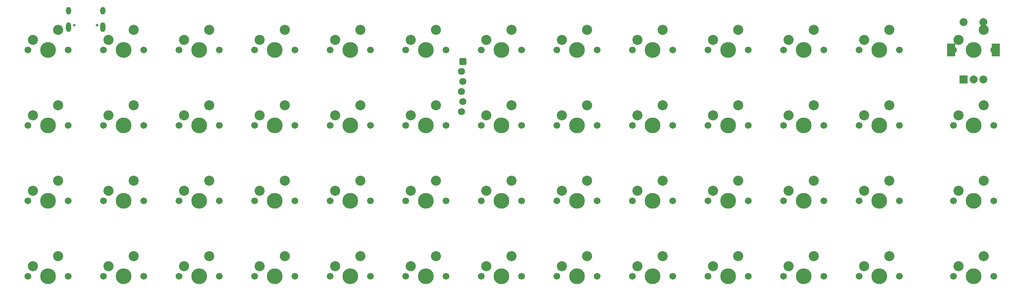
<source format=gts>
G04 #@! TF.GenerationSoftware,KiCad,Pcbnew,(5.1.4-0)*
G04 #@! TF.CreationDate,2021-10-19T21:44:43-05:00*
G04 #@! TF.ProjectId,pcb,7063622e-6b69-4636-9164-5f7063625858,rev?*
G04 #@! TF.SameCoordinates,Original*
G04 #@! TF.FileFunction,Soldermask,Top*
G04 #@! TF.FilePolarity,Negative*
%FSLAX46Y46*%
G04 Gerber Fmt 4.6, Leading zero omitted, Abs format (unit mm)*
G04 Created by KiCad (PCBNEW (5.1.4-0)) date 2021-10-19 21:44:43*
%MOMM*%
%LPD*%
G04 APERTURE LIST*
%ADD10C,2.540000*%
%ADD11C,1.701800*%
%ADD12C,3.987800*%
%ADD13R,2.000000X2.000000*%
%ADD14C,2.000000*%
%ADD15R,2.000000X3.200000*%
%ADD16C,0.100000*%
%ADD17C,1.803400*%
%ADD18O,1.300000X1.900000*%
%ADD19C,0.650000*%
%ADD20O,1.300000X2.400000*%
G04 APERTURE END LIST*
D10*
X316468185Y-69691370D03*
X322818185Y-67151370D03*
D11*
X325358185Y-72231370D03*
X315198185Y-72231370D03*
D12*
X320278185Y-72231370D03*
D10*
X121205625Y-50641250D03*
X127555625Y-48101250D03*
D11*
X130095625Y-53181250D03*
X119935625Y-53181250D03*
D12*
X125015625Y-53181250D03*
D10*
X316468185Y-107791530D03*
X322818185Y-105251530D03*
D11*
X325358185Y-110331530D03*
X315198185Y-110331530D03*
D12*
X320278185Y-110331530D03*
D13*
X317752725Y-60693950D03*
D14*
X320252725Y-60693950D03*
X322752725Y-60693950D03*
D15*
X314652725Y-53193950D03*
X325852725Y-53193950D03*
D14*
X317752725Y-46193950D03*
X322752725Y-46193950D03*
D16*
G36*
X192041441Y-55200471D02*
G01*
X192085206Y-55206963D01*
X192128125Y-55217713D01*
X192169783Y-55232619D01*
X192209779Y-55251536D01*
X192247729Y-55274282D01*
X192283266Y-55300638D01*
X192316049Y-55330351D01*
X192345762Y-55363134D01*
X192372118Y-55398671D01*
X192394864Y-55436621D01*
X192413781Y-55476617D01*
X192428687Y-55518275D01*
X192439437Y-55561194D01*
X192445929Y-55604959D01*
X192448100Y-55649150D01*
X192448100Y-56550850D01*
X192445929Y-56595041D01*
X192439437Y-56638806D01*
X192428687Y-56681725D01*
X192413781Y-56723383D01*
X192394864Y-56763379D01*
X192372118Y-56801329D01*
X192345762Y-56836866D01*
X192316049Y-56869649D01*
X192283266Y-56899362D01*
X192247729Y-56925718D01*
X192209779Y-56948464D01*
X192169783Y-56967381D01*
X192128125Y-56982287D01*
X192085206Y-56993037D01*
X192041441Y-56999529D01*
X191997250Y-57001700D01*
X191095550Y-57001700D01*
X191051359Y-56999529D01*
X191007594Y-56993037D01*
X190964675Y-56982287D01*
X190923017Y-56967381D01*
X190883021Y-56948464D01*
X190845071Y-56925718D01*
X190809534Y-56899362D01*
X190776751Y-56869649D01*
X190747038Y-56836866D01*
X190720682Y-56801329D01*
X190697936Y-56763379D01*
X190679019Y-56723383D01*
X190664113Y-56681725D01*
X190653363Y-56638806D01*
X190646871Y-56595041D01*
X190644700Y-56550850D01*
X190644700Y-55649150D01*
X190646871Y-55604959D01*
X190653363Y-55561194D01*
X190664113Y-55518275D01*
X190679019Y-55476617D01*
X190697936Y-55436621D01*
X190720682Y-55398671D01*
X190747038Y-55363134D01*
X190776751Y-55330351D01*
X190809534Y-55300638D01*
X190845071Y-55274282D01*
X190883021Y-55251536D01*
X190923017Y-55232619D01*
X190964675Y-55217713D01*
X191007594Y-55206963D01*
X191051359Y-55200471D01*
X191095550Y-55198300D01*
X191997250Y-55198300D01*
X192041441Y-55200471D01*
X192041441Y-55200471D01*
G37*
D17*
X191546400Y-56100000D03*
X191140000Y-58640000D03*
X191546400Y-61180000D03*
X191140000Y-63720000D03*
X191546400Y-66260000D03*
X191140000Y-68800000D03*
D18*
X92139825Y-43258627D03*
D19*
X93549825Y-46907627D03*
X99329825Y-46907627D03*
D18*
X100739825Y-43258627D03*
D20*
X100739825Y-47458627D03*
X92139825Y-47458627D03*
D12*
X320278125Y-53181250D03*
D11*
X315198125Y-53181250D03*
X325358125Y-53181250D03*
D10*
X322818125Y-48101250D03*
X316468125Y-50641250D03*
X316468185Y-88741450D03*
X322818185Y-86201450D03*
D11*
X325358185Y-91281450D03*
X315198185Y-91281450D03*
D12*
X320278185Y-91281450D03*
D10*
X83105625Y-50641250D03*
X89455625Y-48101250D03*
D11*
X91995625Y-53181250D03*
X81835625Y-53181250D03*
D12*
X86915625Y-53181250D03*
D10*
X102155625Y-50641250D03*
X108505625Y-48101250D03*
D11*
X111045625Y-53181250D03*
X100885625Y-53181250D03*
D12*
X105965625Y-53181250D03*
X144065625Y-53181250D03*
D11*
X138985625Y-53181250D03*
X149145625Y-53181250D03*
D10*
X146605625Y-48101250D03*
X140255625Y-50641250D03*
X159305625Y-50641250D03*
X165655625Y-48101250D03*
D11*
X168195625Y-53181250D03*
X158035625Y-53181250D03*
D12*
X163115625Y-53181250D03*
D10*
X178355625Y-50641250D03*
X184705625Y-48101250D03*
D11*
X187245625Y-53181250D03*
X177085625Y-53181250D03*
D12*
X182165625Y-53181250D03*
D10*
X197405625Y-50641250D03*
X203755625Y-48101250D03*
D11*
X206295625Y-53181250D03*
X196135625Y-53181250D03*
D12*
X201215625Y-53181250D03*
D10*
X216455625Y-50641250D03*
X222805625Y-48101250D03*
D11*
X225345625Y-53181250D03*
X215185625Y-53181250D03*
D12*
X220265625Y-53181250D03*
D10*
X235505625Y-50641250D03*
X241855625Y-48101250D03*
D11*
X244395625Y-53181250D03*
X234235625Y-53181250D03*
D12*
X239315625Y-53181250D03*
D10*
X254555625Y-50641250D03*
X260905625Y-48101250D03*
D11*
X263445625Y-53181250D03*
X253285625Y-53181250D03*
D12*
X258365625Y-53181250D03*
D10*
X273605625Y-50641250D03*
X279955625Y-48101250D03*
D11*
X282495625Y-53181250D03*
X272335625Y-53181250D03*
D12*
X277415625Y-53181250D03*
D10*
X292655625Y-50641250D03*
X299005625Y-48101250D03*
D11*
X301545625Y-53181250D03*
X291385625Y-53181250D03*
D12*
X296465625Y-53181250D03*
D10*
X83105625Y-69691250D03*
X89455625Y-67151250D03*
D11*
X91995625Y-72231250D03*
X81835625Y-72231250D03*
D12*
X86915625Y-72231250D03*
D10*
X102155625Y-69691250D03*
X108505625Y-67151250D03*
D11*
X111045625Y-72231250D03*
X100885625Y-72231250D03*
D12*
X105965625Y-72231250D03*
D10*
X121205625Y-69691250D03*
X127555625Y-67151250D03*
D11*
X130095625Y-72231250D03*
X119935625Y-72231250D03*
D12*
X125015625Y-72231250D03*
D10*
X140260799Y-69691250D03*
X146610799Y-67151250D03*
D11*
X149150799Y-72231250D03*
X138990799Y-72231250D03*
D12*
X144070799Y-72231250D03*
D10*
X159305625Y-69691250D03*
X165655625Y-67151250D03*
D11*
X168195625Y-72231250D03*
X158035625Y-72231250D03*
D12*
X163115625Y-72231250D03*
D10*
X178355625Y-69691250D03*
X184705625Y-67151250D03*
D11*
X187245625Y-72231250D03*
X177085625Y-72231250D03*
D12*
X182165625Y-72231250D03*
D10*
X197405625Y-69691250D03*
X203755625Y-67151250D03*
D11*
X206295625Y-72231250D03*
X196135625Y-72231250D03*
D12*
X201215625Y-72231250D03*
D10*
X216455625Y-69691250D03*
X222805625Y-67151250D03*
D11*
X225345625Y-72231250D03*
X215185625Y-72231250D03*
D12*
X220265625Y-72231250D03*
D10*
X235505625Y-69691250D03*
X241855625Y-67151250D03*
D11*
X244395625Y-72231250D03*
X234235625Y-72231250D03*
D12*
X239315625Y-72231250D03*
D10*
X254555625Y-69691250D03*
X260905625Y-67151250D03*
D11*
X263445625Y-72231250D03*
X253285625Y-72231250D03*
D12*
X258365625Y-72231250D03*
D10*
X273605625Y-69691250D03*
X279955625Y-67151250D03*
D11*
X282495625Y-72231250D03*
X272335625Y-72231250D03*
D12*
X277415625Y-72231250D03*
D10*
X292655625Y-69691250D03*
X299005625Y-67151250D03*
D11*
X301545625Y-72231250D03*
X291385625Y-72231250D03*
D12*
X296465625Y-72231250D03*
D10*
X83105625Y-88741250D03*
X89455625Y-86201250D03*
D11*
X91995625Y-91281250D03*
X81835625Y-91281250D03*
D12*
X86915625Y-91281250D03*
D10*
X102155625Y-88741250D03*
X108505625Y-86201250D03*
D11*
X111045625Y-91281250D03*
X100885625Y-91281250D03*
D12*
X105965625Y-91281250D03*
D10*
X121205625Y-88741250D03*
X127555625Y-86201250D03*
D11*
X130095625Y-91281250D03*
X119935625Y-91281250D03*
D12*
X125015625Y-91281250D03*
D10*
X140255625Y-88741250D03*
X146605625Y-86201250D03*
D11*
X149145625Y-91281250D03*
X138985625Y-91281250D03*
D12*
X144065625Y-91281250D03*
D10*
X159305625Y-88741250D03*
X165655625Y-86201250D03*
D11*
X168195625Y-91281250D03*
X158035625Y-91281250D03*
D12*
X163115625Y-91281250D03*
D10*
X178355625Y-88741250D03*
X184705625Y-86201250D03*
D11*
X187245625Y-91281250D03*
X177085625Y-91281250D03*
D12*
X182165625Y-91281250D03*
D10*
X216455625Y-88741250D03*
X222805625Y-86201250D03*
D11*
X225345625Y-91281250D03*
X215185625Y-91281250D03*
D12*
X220265625Y-91281250D03*
D10*
X235505625Y-88741250D03*
X241855625Y-86201250D03*
D11*
X244395625Y-91281250D03*
X234235625Y-91281250D03*
D12*
X239315625Y-91281250D03*
D10*
X254555625Y-88741250D03*
X260905625Y-86201250D03*
D11*
X263445625Y-91281250D03*
X253285625Y-91281250D03*
D12*
X258365625Y-91281250D03*
D10*
X273605625Y-88741250D03*
X279955625Y-86201250D03*
D11*
X282495625Y-91281250D03*
X272335625Y-91281250D03*
D12*
X277415625Y-91281250D03*
D10*
X83105625Y-107791250D03*
X89455625Y-105251250D03*
D11*
X91995625Y-110331250D03*
X81835625Y-110331250D03*
D12*
X86915625Y-110331250D03*
D10*
X102155625Y-107791250D03*
X108505625Y-105251250D03*
D11*
X111045625Y-110331250D03*
X100885625Y-110331250D03*
D12*
X105965625Y-110331250D03*
D10*
X121205625Y-107791250D03*
X127555625Y-105251250D03*
D11*
X130095625Y-110331250D03*
X119935625Y-110331250D03*
D12*
X125015625Y-110331250D03*
D10*
X140255625Y-107791250D03*
X146605625Y-105251250D03*
D11*
X149145625Y-110331250D03*
X138985625Y-110331250D03*
D12*
X144065625Y-110331250D03*
D10*
X159305625Y-107791250D03*
X165655625Y-105251250D03*
D11*
X168195625Y-110331250D03*
X158035625Y-110331250D03*
D12*
X163115625Y-110331250D03*
D10*
X178355625Y-107791250D03*
X184705625Y-105251250D03*
D11*
X187245625Y-110331250D03*
X177085625Y-110331250D03*
D12*
X182165625Y-110331250D03*
D10*
X216455625Y-107791250D03*
X222805625Y-105251250D03*
D11*
X225345625Y-110331250D03*
X215185625Y-110331250D03*
D12*
X220265625Y-110331250D03*
D10*
X235505625Y-107791250D03*
X241855625Y-105251250D03*
D11*
X244395625Y-110331250D03*
X234235625Y-110331250D03*
D12*
X239315625Y-110331250D03*
D10*
X254555625Y-107791250D03*
X260905625Y-105251250D03*
D11*
X263445625Y-110331250D03*
X253285625Y-110331250D03*
D12*
X258365625Y-110331250D03*
D10*
X273605625Y-107791250D03*
X279955625Y-105251250D03*
D11*
X282495625Y-110331250D03*
X272335625Y-110331250D03*
D12*
X277415625Y-110331250D03*
D10*
X197405625Y-88741250D03*
X203755625Y-86201250D03*
D11*
X206295625Y-91281250D03*
X196135625Y-91281250D03*
D12*
X201215625Y-91281250D03*
D10*
X197405625Y-107791250D03*
X203755625Y-105251250D03*
D11*
X206295625Y-110331250D03*
X196135625Y-110331250D03*
D12*
X201215625Y-110331250D03*
D10*
X292655625Y-88741250D03*
X299005625Y-86201250D03*
D11*
X301545625Y-91281250D03*
X291385625Y-91281250D03*
D12*
X296465625Y-91281250D03*
D10*
X292655625Y-107791250D03*
X299005625Y-105251250D03*
D11*
X301545625Y-110331250D03*
X291385625Y-110331250D03*
D12*
X296465625Y-110331250D03*
M02*

</source>
